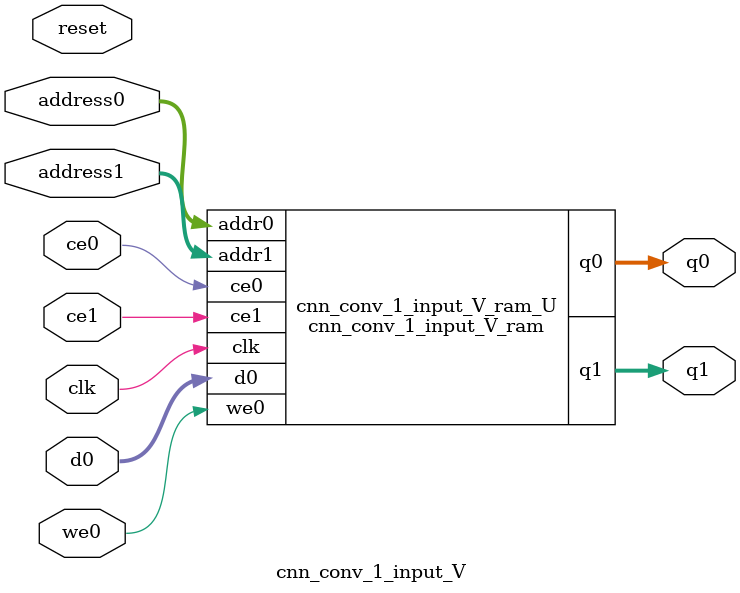
<source format=v>
`timescale 1 ns / 1 ps
module cnn_conv_1_input_V_ram (addr0, ce0, d0, we0, q0, addr1, ce1, q1,  clk);

parameter DWIDTH = 14;
parameter AWIDTH = 10;
parameter MEM_SIZE = 784;

input[AWIDTH-1:0] addr0;
input ce0;
input[DWIDTH-1:0] d0;
input we0;
output reg[DWIDTH-1:0] q0;
input[AWIDTH-1:0] addr1;
input ce1;
output reg[DWIDTH-1:0] q1;
input clk;

(* ram_style = "block" *)reg [DWIDTH-1:0] ram[0:MEM_SIZE-1];




always @(posedge clk)  
begin 
    if (ce0) 
    begin
        if (we0) 
        begin 
            ram[addr0] <= d0; 
        end 
        q0 <= ram[addr0];
    end
end


always @(posedge clk)  
begin 
    if (ce1) 
    begin
        q1 <= ram[addr1];
    end
end


endmodule

`timescale 1 ns / 1 ps
module cnn_conv_1_input_V(
    reset,
    clk,
    address0,
    ce0,
    we0,
    d0,
    q0,
    address1,
    ce1,
    q1);

parameter DataWidth = 32'd14;
parameter AddressRange = 32'd784;
parameter AddressWidth = 32'd10;
input reset;
input clk;
input[AddressWidth - 1:0] address0;
input ce0;
input we0;
input[DataWidth - 1:0] d0;
output[DataWidth - 1:0] q0;
input[AddressWidth - 1:0] address1;
input ce1;
output[DataWidth - 1:0] q1;



cnn_conv_1_input_V_ram cnn_conv_1_input_V_ram_U(
    .clk( clk ),
    .addr0( address0 ),
    .ce0( ce0 ),
    .we0( we0 ),
    .d0( d0 ),
    .q0( q0 ),
    .addr1( address1 ),
    .ce1( ce1 ),
    .q1( q1 ));

endmodule


</source>
